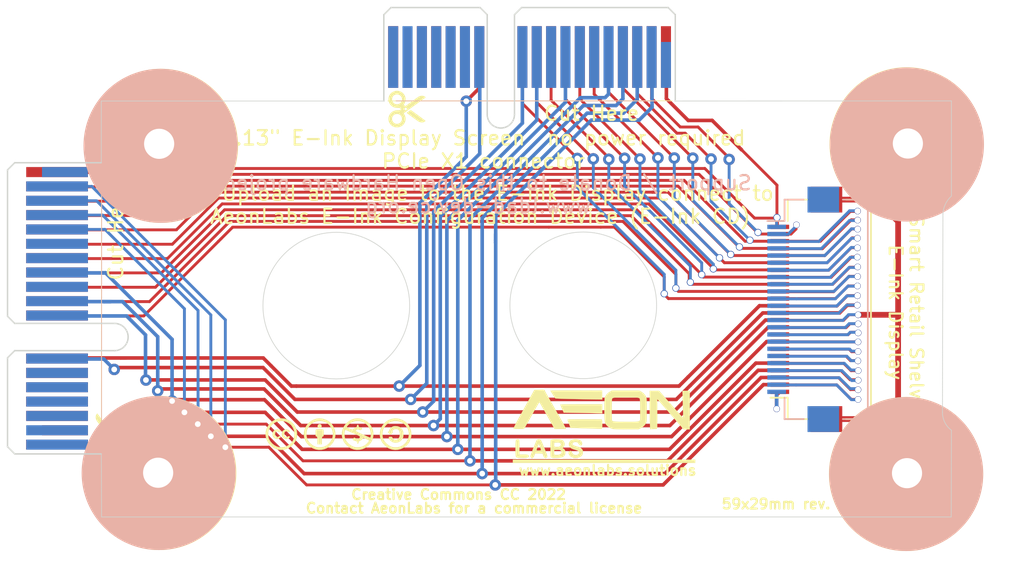
<source format=kicad_pcb>
(kicad_pcb (version 20211014) (generator pcbnew)
  (layers (0 "F.Cu" signal) (31 "B.Cu" signal) (34 "B.Paste" user) (35 "F.Paste" user) (36 "B.SilkS" user "B.Silkscreen") (37 "F.SilkS" user "F.Silkscreen") (38 "B.Mask" user) (39 "F.Mask" user) (44 "Edge.Cuts" user))
  (net 0 "")
  (net 1 "Net-(J1-PadA2)")
  (net 2 "Net-(J1-PadA3)")
  (net 3 "Net-(J1-PadA4)")
  (net 4 "Net-(J1-PadA5)")
  (net 5 "Net-(J1-PadA8)")
  (net 6 "Net-(J1-PadA10)")
  (net 7 "Net-(J1-PadA11)")
  (net 8 "Net-(J1-PadA12)")
  (net 9 "Net-(J1-PadB1)")
  (net 10 "Net-(J1-PadB2)")
  (net 13 "Net-(J1-PadB3)")
  (net 22 "Net-(J1-PadB4)")
  (net 23 "Net-(J1-PadB5)")
  (net 24 "Net-(J1-PadB6)")
  (net 25 "Net-(J1-PadB7)")
  (net 26 "Net-(J1-PadB8)")
  (net 27 "Net-(J1-PadB9)")
  (net 28 "Net-(J1-PadB10)")
  (net 29 "Net-(J1-PadB11)")
  (net 32 "Net-(J1-PadB12)")
  (net 37 "unconnected-(J2-Pad1)")
  (net 38 "unconnected-(J2-Pad6)")
  (net 39 "unconnected-(J2-Pad7)")
  (net 40 "unconnected-(J2-Pad9)")
  (footprint "AeonLabs Logo:aeonlabs pcb logo" (layer "F.Cu") (at 147.35 105.75)
    (fp_text reference "G***" hide)
    (fp_text value "LOGO" hide)
  )
  (footprint "AeonLabs:scissors" (layer "F.Cu") (at 112.9 106.17 90)
    (fp_text reference "G***" hide)
    (fp_text value "LOGO" hide)
  )
  (footprint "MountingHole:MountingHole_2.1mm" (layer "F.Cu") (at 116.36 86.07)
    (fp_text reference "H3" hide)
    (fp_text value "MountingHole")
  )
  (footprint "AeonLabs:aeon creative commons logos" (layer "F.Cu") (at 128.8398 106.258532)
    (fp_text reference "G***" hide)
    (fp_text value "LOGO" hide)
  )
  (footprint "Connector_PCBEdge:BUS_PCIexpress_x1 6.5MM" (layer "F.Cu") (at 109.25 88.04 -90)
    (fp_text reference "J1" hide)
    (fp_text value "Bus_PCI_Express_x1_Generic")
    (fp_line (start 19.65 -3.07) (end 19.65 2.95) (layer "Edge.Cuts") (width 0.1))
    (fp_line (start 10.55 -4) (end 10.55 2.95) (layer "Edge.Cuts") (width 0.1))
    (fp_line (start 19.65 2.95) (end 19.15 3.45) (layer "Edge.Cuts") (width 0.1))
    (fp_line (start -0.65 2.95) (end -0.15 3.45) (layer "Edge.Cuts") (width 0.1))
    (fp_line (start 12.45 -4) (end 12.45 2.95) (layer "Edge.Cuts") (width 0.1))
    (fp_line (start 12.95 3.45) (end 19.15 3.45) (layer "Edge.Cuts") (width 0.1))
    (fp_line (start 12.45 2.95) (end 12.95 3.45) (layer "Edge.Cuts") (width 0.1))
    (fp_line (start -0.15 3.45) (end 10.05 3.45) (layer "Edge.Cuts") (width 0.1))
    (fp_line (start 10.55 2.95) (end 10.05 3.45) (layer "Edge.Cuts") (width 0.1))
    (fp_line (start -0.65 -3.07) (end -0.65 2.95) (layer "Edge.Cuts") (width 0.1))
    (fp_arc (start 10.55 -4) (mid 11.5 -4.95) (end 12.45 -4) (layer "Edge.Cuts") (width 0.1))
  )
  (footprint "MountingHole:MountingHole_2.1mm" (layer "F.Cu") (at 168.51 86.05)
    (fp_text reference "H2" hide)
    (fp_text value "MountingHole")
  )
  (footprint "Connector_PCBEdge:BUS_PCIexpress_x1 6.5MM" (layer "F.Cu") (at 151.66 80.02 180)
    (fp_text reference "J3" hide)
    (fp_text value "Bus_PCI_Express_x1_Generic")
    (fp_line (start -0.15 3.45) (end 10.05 3.45) (layer "Edge.Cuts") (width 0.1))
    (fp_line (start 19.65 -3.07) (end 19.65 2.95) (layer "Edge.Cuts") (width 0.1))
    (fp_line (start -0.65 -3.07) (end -0.65 2.95) (layer "Edge.Cuts") (width 0.1))
    (fp_line (start 12.45 -4) (end 12.45 2.95) (layer "Edge.Cuts") (width 0.1))
    (fp_line (start 10.55 -4) (end 10.55 2.95) (layer "Edge.Cuts") (width 0.1))
    (fp_line (start 19.65 2.95) (end 19.15 3.45) (layer "Edge.Cuts") (width 0.1))
    (fp_line (start 12.95 3.45) (end 19.15 3.45) (layer "Edge.Cuts") (width 0.1))
    (fp_line (start 10.55 2.95) (end 10.05 3.45) (layer "Edge.Cuts") (width 0.1))
    (fp_line (start -0.65 2.95) (end -0.15 3.45) (layer "Edge.Cuts") (width 0.1))
    (fp_line (start 12.45 2.95) (end 12.95 3.45) (layer "Edge.Cuts") (width 0.1))
    (fp_arc (start 10.55 -4) (mid 11.5 -4.95) (end 12.45 -4) (layer "Edge.Cuts") (width 0.1))
  )
  (footprint "MountingHole:MountingHole_2.1mm" (layer "F.Cu") (at 168.45 109.03)
    (fp_text reference "H4" hide)
    (fp_text value "MountingHole")
  )
  (footprint "AeonLabs:scissors" (layer "F.Cu") (at 133.62 83.68)
    (fp_text reference "G***" hide)
    (fp_text value "LOGO" hide)
  )
  (footprint "Connector_FFC-FPC:Hirose_FH12-24S-0.5SH_1x24-1MP_P0.50mm_Horizontal" (layer "F.Cu") (at 161.44 97.61 90)
    (fp_text reference "J2" hide)
    (fp_text value "Conn_01x24_Female")
  )
  (footprint "MountingHole:MountingHole_2.1mm" (layer "F.Cu") (at 116.29 109)
    (fp_text reference "H1" hide)
    (fp_text value "MountingHole")
  )
  (footprint "Connector_FFC-FPC:Hirose_FH12-24S-0.5SH_1x24-1MP_P0.50mm_Horizontal" (layer "B.Cu") (at 161.22 97.61 -90)
    (fp_text reference "J2" hide)
    (fp_text value "Conn_01x24_Female" hide)
  )
  (gr_line (start 132.86 83.08) (end 150.96 83.08) (layer "B.SilkS") (width 0.05))
  (gr_circle (center 116.33 109.019865) (end 115.96 109.009865) (layer "B.SilkS") (width 5) (fill none))
  (gr_circle (center 116.46 86.209865) (end 116.09 86.199865) (layer "B.SilkS") (width 5) (fill none))
  (gr_circle (center 168.439865 86.12) (end 168.069865 86.11) (layer "B.SilkS") (width 5) (fill none))
  (gr_line (start 112.35 106.71) (end 112.36 88.61) (layer "B.SilkS") (width 0.05))
  (gr_circle (center 168.39 109.09) (end 168.02 109.08) (layer "B.SilkS") (width 5) (fill none))
  (gr_circle (center 116.49 86.209865) (end 116.86 86.199865) (layer "F.SilkS") (width 5) (fill none))
  (gr_line (start 132.29 83.08) (end 152.09 83.07) (layer "F.SilkS") (width 0.05))
  (gr_circle (center 168.419865 86.1) (end 168.789865 86.09) (layer "F.SilkS") (width 5) (fill none))
  (gr_line (start 112.34 107.59) (end 112.35 87.67) (layer "F.SilkS") (width 0.05))
  (gr_circle (center 168.38 109.09) (end 168.75 109.08) (layer "F.SilkS") (width 5) (fill none))
  (gr_circle (center 116.37 109.019865) (end 116.74 109.009865) (layer "F.SilkS") (width 5) (fill none))
  (gr_circle (center 145.9 97.33) (end 151.01 97.33) (layer "Edge.Cuts") (width 0.05) (fill none))
  (gr_line (start 112.33 107.69) (end 112.35 112.08) (layer "Edge.Cuts") (width 0.05))
  (gr_line (start 171.53 112.08) (end 171.54 106.035) (layer "Edge.Cuts") (width 0.05))
  (gr_line (start 171.54 83.08) (end 152.31 83.09) (layer "Edge.Cuts") (width 0.05))
  (gr_arc (start 171.54 106.035) (mid 171.078709 105.481949) (end 170.92 104.779478) (layer "Edge.Cuts") (width 0.05))
  (gr_line (start 170.92 104.779478) (end 170.95 90.955) (layer "Edge.Cuts") (width 0.05))
  (gr_line (start 112.35 112.08) (end 171.53 112.08) (layer "Edge.Cuts") (width 0.05))
  (gr_line (start 112.33 87.39) (end 112.33 83.09) (layer "Edge.Cuts") (width 0.05))
  (gr_line (start 171.54 89.715) (end 171.54 83.08) (layer "Edge.Cuts") (width 0.05))
  (gr_line (start 132.01 83.09) (end 112.33 83.09) (layer "Edge.Cuts") (width 0.05))
  (gr_arc (start 170.95 90.955) (mid 171.124204 90.277524) (end 171.54 89.715) (layer "Edge.Cuts") (width 0.05))
  (gr_circle (center 128.7 97.35) (end 133.81 97.35) (layer "Edge.Cuts") (width 0.05) (fill none))
  (gr_text "Support / Donate to this Open Hardware project \nwww.ldad-device.org" (at 138.57 89.6) (layer "B.SilkS") (effects (font (size 1 1)) (justify mirror)))
  (gr_text "Creative Commons CC 2022" (at 137.22 110.52) (layer "F.SilkS") (effects (font (size 0.7 0.7))))
  (gr_text "www.aeonlabs.solutions" (at 141.33 108.84) (layer "F.SilkS") (effects (font (size 0.7 0.7)) (justify left)))
  (gr_text "Cut Here" (at 146.48 83.95) (layer "F.SilkS") (effects (font (size 1 1))))
  (gr_text "2.13{dblquote} E-Ink Display Screen  no power required\nPCIe X1 connector" (at 138.95 86.47) (layer "F.SilkS") (effects (font (size 1 1))))
  (gr_text "Cut Here" (at 113.34 92.28 90) (layer "F.SilkS") (effects (font (size 1 1))))
  (gr_text "Smart Retail Shelve\nE-Ink Display" (at 168.38 97.82 -90) (layer "F.SilkS") (effects (font (size 0.9 0.9))))
  (gr_text "Contact AeonLabs for a commercial license" (at 138.29 111.47) (layer "F.SilkS") (effects (font (size 0.7 0.7))))
  (gr_text "To Upload an Image to the E-ink Display connect to\nAeonLabs E-Ink Configuration Device (E-Ink CD)" (at 138.73 90.33) (layer "F.SilkS") (effects (font (size 1 1))))
  (gr_text "59x29mm rev. 1.1" (at 155.46 111.18) (layer "F.SilkS") (effects (font (size 0.7 0.7)) (justify left)))
  (segment (start 124 107.22) (end 126.63 109.85) (width 0.2) (layer "F.Cu") (net 1))
  (segment (start 164.57 103.89) (end 165.05 103.89) (width 0.2) (layer "F.Cu") (net 1))
  (segment (start 126.63 109.85) (end 139.77 109.85) (width 0.2) (layer "F.Cu") (net 1))
  (segment (start 163.56 102.88) (end 164.57 103.89) (width 0.2) (layer "F.Cu") (net 1))
  (segment (start 159.59 102.86) (end 158.45 102.86) (width 0.25) (layer "F.Cu") (net 1))
  (segment (start 120.97 107.22) (end 124 107.22) (width 0.2) (layer "F.Cu") (net 1))
  (segment (start 158.45 102.86) (end 151.46 109.85) (width 0.25) (layer "F.Cu") (net 1))
  (segment (start 159.6 102.88) (end 163.56 102.88) (width 0.2) (layer "F.Cu") (net 1))
  (segment (start 151.46 109.85) (end 139.77 109.85) (width 0.25) (layer "F.Cu") (net 1))
  (via (at 165.04 103.89) (size 0.45) (drill 0.4) (layers "F.Cu" "B.Cu") (net 1))
  (via (at 139.77 109.85) (size 0.8) (drill 0.4) (layers "F.Cu" "B.Cu") (net 1))
  (via (at 120.97 107.22) (size 0.8) (drill 0.4) (layers "F.Cu" "B.Cu") (net 1))
  (segment (start 139.8 92.79) (end 139.8 92.97) (width 0.25) (layer "B.Cu") (net 1))
  (segment (start 143.295 87.585) (end 146.46 84.42) (width 0.25) (layer "B.Cu") (net 1))
  (segment (start 139.8 109.82) (end 139.77 109.85) (width 0.25) (layer "B.Cu") (net 1))
  (segment (start 120.97 107.22) (end 120.97 98.34) (width 0.2) (layer "B.Cu") (net 1))
  (segment (start 139.8 92.97) (end 139.8 109.82) (width 0.25) (layer "B.Cu") (net 1))
  (segment (start 139.8 91.08) (end 139.8 92.97) (width 0.25) (layer "B.Cu") (net 1))
  (segment (start 120.97 98.34) (end 111.67 89.04) (width 0.2) (layer "B.Cu") (net 1))
  (segment (start 142.38 88.5) (end 143.295 87.585) (width 0.25) (layer "B.Cu") (net 1))
  (segment (start 143.295 87.585) (end 139.8 91.08) (width 0.25) (layer "B.Cu") (net 1))
  (segment (start 159.37 92.38) (end 160.16 92.38) (width 0.2) (layer "B.Cu") (net 1))
  (segment (start 139.8 92.36) (end 139.8 92.79) (width 0.25) (layer "B.Cu") (net 1))
  (segment (start 149.79 84.42) (end 150.69 83.52) (width 0.25) (layer "B.Cu") (net 1))
  (segment (start 160.16 92.38) (end 160.71 91.83) (width 0.2) (layer "B.Cu") (net 1))
  (segment (start 146.46 84.42) (end 149.79 84.42) (width 0.25) (layer "B.Cu") (net 1))
  (segment (start 111.67 89.04) (end 109.26 89.04) (width 0.2) (layer "B.Cu") (net 1))
  (segment (start 150.69 83.52) (end 150.69 80.02) (width 0.25) (layer "B.Cu") (net 1))
  (segment (start 158.29 102.36) (end 151.59 109.06) (width 0.25) (layer "F.Cu") (net 2))
  (segment (start 159.6 102.38) (end 163.69 102.38) (width 0.2) (layer "F.Cu") (net 2))
  (segment (start 159.59 102.36) (end 158.29 102.36) (width 0.25) (layer "F.Cu") (net 2))
  (segment (start 123.86 106.46) (end 119.96 106.46) (width 0.25) (layer "F.Cu") (net 2))
  (segment (start 151.59 109.06) (end 138.86 109.06) (width 0.25) (layer "F.Cu") (net 2))
  (segment (start 126.46 109.06) (end 123.86 106.46) (width 0.25) (layer "F.Cu") (net 2))
  (segment (start 164.51 103.2) (end 165.05 103.2) (width 0.2) (layer "F.Cu") (net 2))
  (segment (start 138.86 109.06) (end 126.46 109.06) (width 0.25) (layer "F.Cu") (net 2))
  (segment (start 163.69 102.38) (end 164.51 103.2) (width 0.2) (layer "F.Cu") (net 2))
  (via (at 138.86 109.06) (size 0.8) (drill 0.4) (layers "F.Cu" "B.Cu") (net 2))
  (via (at 165.04 103.21) (size 0.45) (drill 0.4) (layers "F.Cu" "B.Cu") (net 2))
  (via (at 119.96 106.46) (size 0.8) (drill 0.4) (layers "F.Cu" "B.Cu") (net 2))
  (segment (start 159.37 92.88) (end 162.31 92.88) (width 0.2) (layer "B.Cu") (net 2))
  (segment (start 149.66 82.97) (end 149.66 80.02) (width 0.25) (layer "B.Cu") (net 2))
  (segment (start 148.695 83.935) (end 149.66 82.97) (width 0.25) (layer "B.Cu") (net 2))
  (segment (start 119.96 106.46) (end 119.96 98) (width 0.2) (layer "B.Cu") (net 2))
  (segment (start 112 90.04) (end 109.26 90.04) (width 0.2) (layer "B.Cu") (net 2))
  (segment (start 119.96 98) (end 112 90.04) (width 0.2) (layer "B.Cu") (net 2))
  (segment (start 164.45 90.74) (end 165.03 90.74) (width 0.2) (layer "B.Cu") (net 2))
  (segment (start 146.165 83.935) (end 148.695 83.935) (width 0.25) (layer "B.Cu") (net 2))
  (segment (start 162.31 92.88) (end 164.45 90.74) (width 0.2) (layer "B.Cu") (net 2))
  (segment (start 138.86 91.24) (end 146.165 83.935) (width 0.25) (layer "B.Cu") (net 2))
  (segment (start 138.86 109.06) (end 138.86 91.24) (width 0.25) (layer "B.Cu") (net 2))
  (segment (start 119.05 105.61) (end 123.82 105.61) (width 0.2) (layer "F.Cu") (net 3))
  (segment (start 159.59 101.86) (end 158.08 101.86) (width 0.25) (layer "F.Cu") (net 3))
  (segment (start 159.59 101.88) (end 163.85 101.88) (width 0.2) (layer "F.Cu") (net 3))
  (segment (start 126.38 108.17) (end 138.01 108.17) (width 0.2) (layer "F.Cu") (net 3))
  (segment (start 163.85 101.88) (end 164.49 102.52) (width 0.2) (layer "F.Cu") (net 3))
  (segment (start 164.49 102.52) (end 165.04 102.52) (width 0.2) (layer "F.Cu") (net 3))
  (segment (start 151.77 108.17) (end 138.01 108.17) (width 0.25) (layer "F.Cu") (net 3))
  (segment (start 123.82 105.61) (end 126.38 108.17) (width 0.2) (layer "F.Cu") (net 3))
  (segment (start 158.08 101.86) (end 151.77 108.17) (width 0.25) (layer "F.Cu") (net 3))
  (via (at 119.05 105.61) (size 0.8) (drill 0.4) (layers "F.Cu" "B.Cu") (net 3))
  (via (at 165.05 102.55) (size 0.45) (drill 0.4) (layers "F.Cu" "B.Cu") (net 3))
  (via (at 138.01 108.17) (size 0.8) (drill 0.4) (layers "F.Cu" "B.Cu") (net 3))
  (segment (start 138.01 108.17) (end 138.01 91.3) (width 0.25) (layer "B.Cu") (net 3))
  (segment (start 119.07 97.69) (end 112.42 91.04) (width 0.2) (layer "B.Cu") (net 3))
  (segment (start 164.44 91.42) (end 165.02 91.42) (width 0.2) (layer "B.Cu") (net 3))
  (segment (start 119.07 105.59) (end 119.07 97.69) (width 0.2) (layer "B.Cu") (net 3))
  (segment (start 119.05 105.61) (end 119.07 105.59) (width 0.2) (layer "B.Cu") (net 3))
  (segment (start 145.91 83.4) (end 148.19 83.4) (width 0.25) (layer "B.Cu") (net 3))
  (segment (start 148.19 83.4) (end 148.66 82.93) (width 0.25) (layer "B.Cu") (net 3))
  (segment (start 159.37 93.38) (end 162.48 93.38) (width 0.2) (layer "B.Cu") (net 3))
  (segment (start 148.66 82.93) (end 148.66 80.02) (width 0.25) (layer "B.Cu") (net 3))
  (segment (start 162.48 93.38) (end 164.44 91.42) (width 0.2) (layer "B.Cu") (net 3))
  (segment (start 112.42 91.04) (end 109.26 91.04) (width 0.2) (layer "B.Cu") (net 3))
  (segment (start 138.01 91.3) (end 145.91 83.4) (width 0.25) (layer "B.Cu") (net 3))
  (segment (start 164.55 101.88) (end 165.01 101.88) (width 0.2) (layer "F.Cu") (net 4))
  (segment (start 157.92 101.36) (end 152.82 106.46) (width 0.25) (layer "F.Cu") (net 4))
  (segment (start 159.59 101.36) (end 157.92 101.36) (width 0.25) (layer "F.Cu") (net 4))
  (segment (start 159.59 101.38) (end 164.05 101.38) (width 0.2) (layer "F.Cu") (net 4))
  (segment (start 137.16 107.37) (end 126.32 107.37) (width 0.25) (layer "F.Cu") (net 4))
  (segment (start 152.82 106.46) (end 151.91 107.37) (width 0.25) (layer "F.Cu") (net 4))
  (segment (start 123.74 104.79) (end 118.12 104.79) (width 0.25) (layer "F.Cu") (net 4))
  (segment (start 164.05 101.38) (end 164.55 101.88) (width 0.2) (layer "F.Cu") (net 4))
  (segment (start 151.91 107.37) (end 137.16 107.37) (width 0.25) (layer "F.Cu") (net 4))
  (segment (start 126.32 107.37) (end 123.74 104.79) (width 0.25) (layer "F.Cu") (net 4))
  (via (at 118.12 104.79) (size 0.8) (drill 0.4) (layers "F.Cu" "B.Cu") (net 4))
  (via (at 137.16 107.37) (size 0.8) (drill 0.4) (layers "F.Cu" "B.Cu") (net 4))
  (via (at 165.05 101.88) (size 0.45) (drill 0.4) (layers "F.Cu" "B.Cu") (net 4))
  (segment (start 145.705 82.855) (end 147.415 82.855) (width 0.25) (layer "B.Cu") (net 4))
  (segment (start 118.12 97.57) (end 112.59 92.04) (width 0.2) (layer "B.Cu") (net 4))
  (segment (start 118.12 104.79) (end 118.12 97.57) (width 0.2) (layer "B.Cu") (net 4))
  (segment (start 137.16 91.4) (end 145.705 82.855) (width 0.25) (layer "B.Cu") (net 4))
  (segment (start 147.66 82.61) (end 147.66 80.02) (width 0.25) (layer "B.Cu") (net 4))
  (segment (start 159.37 93.86) (end 162.72 93.86) (width 0.2) (layer "B.Cu") (net 4))
  (segment (start 112.59 92.04) (end 109.26 92.04) (width 0.2) (layer "B.Cu") (net 4))
  (segment (start 162.72 93.86) (end 164.58 92) (width 0.2) (layer "B.Cu") (net 4))
  (segment (start 147.415 82.855) (end 147.66 82.61) (width 0.25) (layer "B.Cu") (net 4))
  (segment (start 137.16 107.37) (end 137.16 91.4) (width 0.25) (layer "B.Cu") (net 4))
  (segment (start 164.58 92) (end 164.96 92) (width 0.2) (layer "B.Cu") (net 4))
  (segment (start 159.59 99.86) (end 158.67 99.86) (width 0.25) (layer "F.Cu") (net 5))
  (segment (start 152.05 106.48) (end 136.4 106.48) (width 0.25) (layer "F.Cu") (net 5))
  (segment (start 136.4 106.48) (end 126.27 106.48) (width 0.25) (layer "F.Cu") (net 5))
  (segment (start 152.595 105.935) (end 152.05 106.48) (width 0.25) (layer "F.Cu") (net 5))
  (segment (start 126.27 106.48) (end 123.7 103.91) (width 0.25) (layer "F.Cu") (net 5))
  (segment (start 117.35 103.91) (end 117.26 104) (width 0.25) (layer "F.Cu") (net 5))
  (segment (start 159.61 99.88) (end 165.03 99.88) (width 0.2) (layer "F.Cu") (net 5))
  (segment (start 158.67 99.86) (end 152.595 105.935) (width 0.25) (layer "F.Cu") (net 5))
  (segment (start 123.7 103.91) (end 117.35 103.91) (width 0.25) (layer "F.Cu") (net 5))
  (via (at 136.4 106.48) (size 0.8) (drill 0.4) (layers "F.Cu" "B.Cu") (net 5))
  (via (at 117.26 104) (size 0.8) (drill 0.4) (layers "F.Cu" "B.Cu") (net 5))
  (via (at 165.04 99.88) (size 0.45) (drill 0.4) (layers "F.Cu" "B.Cu") (net 5))
  (segment (start 144.66 80.02) (end 144.66 83.17) (width 0.25) (layer "B.Cu") (net 5))
  (segment (start 159.37 95.38) (end 163.1 95.38) (width 0.2) (layer "B.Cu") (net 5))
  (segment (start 136.4 91.43) (end 136.4 106.48) (width 0.25) (layer "B.Cu") (net 5))
  (segment (start 112.38 95.07) (end 109.28 95.07) (width 0.25) (layer "B.Cu") (net 5))
  (segment (start 117.26 99.7) (end 117.26 104) (width 0.25) (layer "B.Cu") (net 5))
  (segment (start 144.66 83.17) (end 136.4 91.43) (width 0.25) (layer "B.Cu") (net 5))
  (segment (start 164.5 93.98) (end 164.95 93.98) (width 0.2) (layer "B.Cu") (net 5))
  (segment (start 112.66 95.07) (end 112.38 95.07) (width 0.25) (layer "B.Cu") (net 5))
  (segment (start 163.1 95.38) (end 164.5 93.98) (width 0.2) (layer "B.Cu") (net 5))
  (segment (start 112.38 95.07) (end 112.63 95.07) (width 0.25) (layer "B.Cu") (net 5))
  (segment (start 112.63 95.07) (end 117.26 99.7) (width 0.25) (layer "B.Cu") (net 5))
  (segment (start 116.49 103.16) (end 116.31 103.34) (width 0.25) (layer "F.Cu") (net 6))
  (segment (start 159.6 98.88) (end 164.21 98.88) (width 0.2) (layer "F.Cu") (net 6))
  (segment (start 164.48 98.61) (end 165.03 98.61) (width 0.2) (layer "F.Cu") (net 6))
  (segment (start 123.67 103.16) (end 116.49 103.16) (width 0.25) (layer "F.Cu") (net 6))
  (segment (start 164.21 98.88) (end 164.48 98.61) (width 0.2) (layer "F.Cu") (net 6))
  (segment (start 135.47 105.71) (end 126.22 105.71) (width 0.25) (layer "F.Cu") (net 6))
  (segment (start 158.78 98.86) (end 152.995 104.645) (width 0.25) (layer "F.Cu") (net 6))
  (segment (start 152.995 104.645) (end 151.93 105.71) (width 0.25) (layer "F.Cu") (net 6))
  (segment (start 126.22 105.71) (end 123.67 103.16) (width 0.25) (layer "F.Cu") (net 6))
  (segment (start 151.93 105.71) (end 135.47 105.71) (width 0.25) (layer "F.Cu") (net 6))
  (segment (start 159.59 98.86) (end 158.78 98.86) (width 0.25) (layer "F.Cu") (net 6))
  (via (at 116.26 103.29) (size 0.8) (drill 0.4) (layers "F.Cu" "B.Cu") (net 6))
  (via (at 135.47 105.71) (size 0.8) (drill 0.4) (layers "F.Cu" "B.Cu") (net 6))
  (via (at 165.05 98.62) (size 0.45) (drill 0.4) (layers "F.Cu" "B.Cu") (net 6))
  (segment (start 135.94 105.24) (end 135.47 105.71) (width 0.25) (layer "B.Cu") (net 6))
  (segment (start 112.98 97.07) (end 112.51 97.07) (width 0.25) (layer "B.Cu") (net 6))
  (segment (start 159.37 96.36) (end 163.36 96.36) (width 0.2) (layer "B.Cu") (net 6))
  (segment (start 135.94 91.14) (end 135.94 105.24) (width 0.25) (layer "B.Cu") (net 6))
  (segment (start 116.26 99.52) (end 116.26 103.29) (width 0.25) (layer "B.Cu") (net 6))
  (segment (start 113.81 97.07) (end 116.26 99.52) (width 0.25) (layer "B.Cu") (net 6))
  (segment (start 142.66 84.42) (end 135.94 91.14) (width 0.25) (layer "B.Cu") (net 6))
  (segment (start 112.51 97.07) (end 109.28 97.07) (width 0.25) (layer "B.Cu") (net 6))
  (segment (start 164.4 95.32) (end 164.93 95.32) (width 0.2) (layer "B.Cu") (net 6))
  (segment (start 163.36 96.36) (end 164.4 95.32) (width 0.2) (layer "B.Cu") (net 6))
  (segment (start 112.51 97.07) (end 113.81 97.07) (width 0.25) (layer "B.Cu") (net 6))
  (segment (start 142.66 80.02) (end 142.66 84.42) (width 0.25) (layer "B.Cu") (net 6))
  (segment (start 164.02 98.38) (end 164.41 97.99) (width 0.2) (layer "F.Cu") (net 7))
  (segment (start 162.83 89.97) (end 162.84 89.96) (width 0.4) (layer "F.Cu") (net 7))
  (segment (start 165.05 97.99) (end 167.76 97.99) (width 0.4) (layer "F.Cu") (net 7))
  (segment (start 164.41 97.99) (end 165.04 97.99) (width 0.2) (layer "F.Cu") (net 7))
  (segment (start 162.125 89.345) (end 162.74 89.96) (width 0.4) (layer "F.Cu") (net 7))
  (segment (start 125.98 104.77) (end 123.74 102.53) (width 0.25) (layer "F.Cu") (net 7))
  (segment (start 123.74 102.53) (end 115.4 102.53) (width 0.25) (layer "F.Cu") (net 7))
  (segment (start 159.4 98.38) (end 164.02 98.38) (width 0.2) (layer "F.Cu") (net 7))
  (segment (start 134.72 104.77) (end 125.98 104.77) (width 0.25) (layer "F.Cu") (net 7))
  (segment (start 159.59 98.36) (end 158.59 98.36) (width 0.25) (layer "F.Cu") (net 7))
  (segment (start 167.18 105.26) (end 162.84 105.26) (width 0.4) (layer "F.Cu") (net 7))
  (segment (start 166.3 89.96) (end 167.83 91.49) (width 0.4) (layer "F.Cu") (net 7))
  (segment (start 167.83 104.61) (end 167.18 105.26) (width 0.4) (layer "F.Cu") (net 7))
  (segment (start 167.76 97.99) (end 167.83 98.06) (width 0.4) (layer "F.Cu") (net 7))
  (segment (start 152.18 104.77) (end 134.72 104.77) (width 0.25) (layer "F.Cu") (net 7))
  (segment (start 162.84 89.96) (end 166.3 89.96) (width 0.4) (layer "F.Cu") (net 7))
  (segment (start 167.83 98.06) (end 167.83 104.61) (width 0.4) (layer "F.Cu") (net 7))
  (segment (start 158.59 98.36) (end 152.83 104.12) (width 0.25) (layer "F.Cu") (net 7))
  (segment (start 152.83 104.12) (end 152.18 104.77) (width 0.25) (layer "F.Cu") (net 7))
  (segment (start 167.83 91.49) (end 167.83 98.06) (width 0.4) (layer "F.Cu") (net 7))
  (via (at 165.05 97.99) (size 0.45) (drill 0.4) (layers "F.Cu" "B.Cu") (net 7))
  (via (at 134.72 104.77) (size 0.8) (drill 0.4) (layers "F.Cu" "B.Cu") (net 7))
  (via (at 115.44 102.54) (size 0.8) (drill 0.4) (layers "F.Cu" "B.Cu") (net 7))
  (segment (start 135.48 90.81) (end 135.48 104.01) (width 0.25) (layer "B.Cu") (net 7))
  (segment (start 141.66 84.63) (end 135.48 90.81) (width 0.25) (layer "B.Cu") (net 7))
  (segment (start 109.28 98.07) (end 114.09 98.07) (width 0.25) (layer "B.Cu") (net 7))
  (segment (start 115.41 99.39) (end 115.41 102.53) (width 0.25) (layer "B.Cu") (net 7))
  (segment (start 114.09 98.07) (end 115.41 99.39) (width 0.25) (layer "B.Cu") (net 7))
  (segment (start 135.48 104.01) (end 134.72 104.77) (width 0.25) (layer "B.Cu") (net 7))
  (segment (start 141.66 80.02) (end 141.66 84.63) (width 0.25) (layer "B.Cu") (net 7))
  (segment (start 164.29 97.32) (end 164.99 97.32) (width 0.25) (layer "F.Cu") (net 8))
  (segment (start 163.75 97.86) (end 164.29 97.32) (width 0.25) (layer "F.Cu") (net 8))
  (segment (start 158.41 97.86) (end 153.345 102.925) (width 0.25) (layer "F.Cu") (net 8))
  (segment (start 159.59 97.86) (end 163.75 97.86) (width 0.25) (layer "F.Cu") (net 8))
  (segment (start 123.6 101.67) (end 113.13 101.67) (width 0.25) (layer "F.Cu") (net 8))
  (segment (start 125.82 103.89) (end 123.6 101.67) (width 0.25) (layer "F.Cu") (net 8))
  (segment (start 159.59 97.86) (end 158.41 97.86) (width 0.25) (layer "F.Cu") (net 8))
  (segment (start 152.38 103.89) (end 133.88 103.89) (width 0.25) (layer "F.Cu") (net 8))
  (segment (start 153.345 102.925) (end 152.38 103.89) (width 0.25) (layer "F.Cu") (net 8))
  (segment (start 133.88 103.89) (end 125.82 103.89) (width 0.25) (layer "F.Cu") (net 8))
  (via (at 164.99 97.32) (size 0.45) (drill 0.4) (layers "F.Cu" "B.Cu") (net 8))
  (via (at 133.88 103.89) (size 0.8) (drill 0.4) (layers "F.Cu" "B.Cu") (net 8))
  (via (at 113.23 101.8) (size 0.8) (drill 0.4) (layers "F.Cu" "B.Cu") (net 8))
  (segment (start 159.37 97.38) (end 163.55 97.38) (width 0.2) (layer "B.Cu") (net 8))
  (segment (start 112.5 101.07) (end 113.23 101.8) (width 0.25) (layer "B.Cu") (net 8))
  (segment (start 135 102.77) (end 133.88 103.89) (width 0.25) (layer "B.Cu") (net 8))
  (segment (start 138.69 86.76) (end 135 90.45) (width 0.25) (layer "B.Cu") (net 8))
  (segment (start 109.29 101.07) (end 109.26 101.04) (width 0.25) (layer "B.Cu") (net 8))
  (segment (start 138.69 80.02) (end 138.69 86.76) (width 0.25) (layer "B.Cu") (net 8))
  (segment (start 112.5 101.07) (end 109.29 101.07) (width 0.25) (layer "B.Cu") (net 8))
  (segment (start 164.26 96.67) (end 164.97 96.67) (width 0.2) (layer "B.Cu") (net 8))
  (segment (start 163.55 97.38) (end 164.26 96.67) (width 0.2) (layer "B.Cu") (net 8))
  (segment (start 135 90.45) (end 135 102.77) (width 0.25) (layer "B.Cu") (net 8))
  (segment (start 119.29 87.79) (end 154.37 87.79) (width 0.2) (layer "F.Cu") (net 9))
  (segment (start 118.83 88.25) (end 119.29 87.79) (width 0.2) (layer "F.Cu") (net 9))
  (segment (start 113.23 88.07) (end 113.41 88.25) (width 0.2) (layer "F.Cu") (net 9))
  (segment (start 159.39 88.98) (end 159.39 88.95) (width 0.2) (layer "F.Cu") (net 9))
  (segment (start 154.88 84.44) (end 156.93 86.49) (width 0.25) (layer "F.Cu") (net 9))
  (segment (start 151.69 82.92) (end 151.69 80.02) (width 0.25) (layer "F.Cu") (net 9))
  (segment (start 159.4 91.775) (end 159.4 91.2) (width 0.25) (layer "F.Cu") (net 9))
  (segment (start 153.21 84.44) (end 154.88 84.44) (width 0.25) (layer "F.Cu") (net 9))
  (segment (start 151.69 82.92) (end 153.21 84.44) (width 0.25) (layer "F.Cu") (net 9))
  (segment (start 159.39 88.95) (end 156.93 86.49) (width 0.2) (layer "F.Cu") (net 9))
  (segment (start 159.39 91.21) (end 159.39 88.98) (width 0.2) (layer "F.Cu") (net 9))
  (segment (start 154.37 87.79) (end 157.83 91.25) (width 0.2) (layer "F.Cu") (net 9))
  (segment (start 159.4 91.2) (end 159.4 91.085) (width 0.25) (layer "F.Cu") (net 9))
  (segment (start 159.35 91.25) (end 159.4 91.2) (width 0.2) (layer "F.Cu") (net 9))
  (segment (start 113.41 88.25) (end 118.83 88.25) (width 0.2) (layer "F.Cu") (net 9))
  (segment (start 157.83 91.25) (end 159.35 91.25) (width 0.2) (layer "F.Cu") (net 9))
  (segment (start 109.28 88.07) (end 113.23 88.07) (width 0.2) (layer "F.Cu") (net 9))
  (via (at 159.37 104.55) (size 0.45) (drill 0.4) (layers "F.Cu" "B.Cu") (net 9))
  (via (at 159.39 91.21) (size 0.5) (drill 0.4) (layers "F.Cu" "B.Cu") (net 9))
  (segment (start 159.37 103.36) (end 159.37 104.52) (width 0.25) (layer "B.Cu") (net 9))
  (segment (start 159.37 91.88) (end 159.37 91.09) (width 0.2) (layer "B.Cu") (net 9))
  (segment (start 160.37 92.36) (end 160.72 92.01) (width 0.2) (layer "F.Cu") (net 10))
  (segment (start 152.66 84.9) (end 150.66 82.9) (width 0.2) (layer "F.Cu") (net 10))
  (segment (start 159.59 92.36) (end 157.98 92.36) (width 0.2) (layer "F.Cu") (net 10))
  (segment (start 113.42 89.07) (end 112.34 89.07) (width 0.2) (layer "F.Cu") (net 10))
  (segment (start 112.34 89.07) (end 118.58 89.07) (width 0.2) (layer "F.Cu") (net 10))
  (segment (start 112.34 89.07) (end 109.28 89.07) (width 0.2) (layer "F.Cu") (net 10))
  (segment (start 159.59 92.36) (end 160.37 92.36) (width 0.2) (layer "F.Cu") (net 10))
  (segment (start 150.66 82.9) (end 150.66 80.02) (width 0.2) (layer "F.Cu") (net 10))
  (segment (start 153.97 88.2) (end 157.95 92.18) (width 0.2) (layer "F.Cu") (net 10))
  (segment (start 156.06 87.16) (end 156.06 87.06) (width 0.2) (layer "F.Cu") (net 10))
  (segment (start 119.45 88.2) (end 153.97 88.2) (width 0.2) (layer "F.Cu") (net 10))
  (segment (start 156.06 87.06) (end 153.9 84.9) (width 0.2) (layer "F.Cu") (net 10))
  (segment (start 118.58 89.07) (end 119.45 88.2) (width 0.2) (layer "F.Cu") (net 10))
  (segment (start 153.9 84.9) (end 152.66 84.9) (width 0.2) (layer "F.Cu") (net 10))
  (segment (start 160.72 92.01) (end 160.72 91.78) (width 0.2) (layer "F.Cu") (net 10))
  (via (at 156.06 87.16) (size 0.8) (drill 0.4) (layers "F.Cu" "B.Cu") (net 10))
  (via (at 158.07 92.25) (size 0.5) (drill 0.4) (layers "F.Cu" "B.Cu") (net 10))
  (segment (start 160.72 102.88) (end 163.55 102.88) (width 0.2) (layer "B.Cu") (net 10))
  (segment (start 159.37 102.88) (end 160.72 102.88) (width 0.2) (layer "B.Cu") (net 10))
  (segment (start 156.06 90.24) (end 156.06 87.16) (width 0.2) (layer "B.Cu") (net 10))
  (segment (start 164.58 103.91) (end 165.02 103.91) (width 0.2) (layer "B.Cu") (net 10))
  (segment (start 163.55 102.88) (end 164.58 103.91) (width 0.2) (layer "B.Cu") (net 10))
  (segment (start 158.07 92.25) (end 156.06 90.24) (width 0.2) (layer "B.Cu") (net 10))
  (segment (start 118.18 90.07) (end 119.63 88.62) (width 0.2) (layer "F.Cu") (net 13))
  (segment (start 159.59 92.86) (end 157.17 92.86) (width 0.2) (layer "F.Cu") (net 13))
  (segment (start 164.5 90.78) (end 165.03 90.78) (width 0.2) (layer "F.Cu") (net 13))
  (segment (start 115.36 90.07) (end 118.18 90.07) (width 0.2) (layer "F.Cu") (net 13))
  (segment (start 152.42 85.33) (end 149.66 82.57) (width 0.2) (layer "F.Cu") (net 13))
  (segment (start 159.59 92.86) (end 162.42 92.86) (width 0.2) (layer "F.Cu") (net 13))
  (segment (start 117.63 90.07) (end 115.36 90.07) (width 0.2) (layer "F.Cu") (net 13))
  (segment (start 157.17 92.86) (end 156.92 92.61) (width 0.2) (layer "F.Cu") (net 13))
  (segment (start 152.93 88.62) (end 156.92 92.61) (width 0.2) (layer "F.Cu") (net 13))
  (segment (start 154.8 87.13) (end 153 85.33) (width 0.2) (layer "F.Cu") (net 13))
  (segment (start 119.63 88.62) (end 152.93 88.62) (width 0.2) (layer "F.Cu") (net 13))
  (segment (start 149.69 80.02) (end 149.68 80.03) (width 0.2) (layer "F.Cu") (net 13))
  (segment (start 149.66 82.57) (end 149.66 80.02) (width 0.2) (layer "F.Cu") (net 13))
  (segment (start 115.36 90.07) (end 109.28 90.07) (width 0.2) (layer "F.Cu") (net 13))
  (segment (start 153 85.33) (end 152.42 85.33) (width 0.2) (layer "F.Cu") (net 13))
  (segment (start 162.42 92.86) (end 164.5 90.78) (width 0.2) (layer "F.Cu") (net 13))
  (via (at 154.8 87.13) (size 0.8) (drill 0.4) (layers "F.Cu" "B.Cu") (net 13))
  (via (at 165.01 90.76) (size 0.45) (drill 0.4) (layers "F.Cu" "B.Cu") (net 13))
  (via (at 157.51 92.79) (size 0.5) (drill 0.4) (layers "F.Cu" "B.Cu") (net 13))
  (segment (start 154.8 90.08) (end 154.8 87.13) (width 0.2) (layer "B.Cu") (net 13))
  (segment (start 163.73 102.38) (end 164.49 103.14) (width 0.2) (layer "B.Cu") (net 13))
  (segment (start 159.37 102.38) (end 163.73 102.38) (width 0.2) (layer "B.Cu") (net 13))
  (segment (start 164.87 103.14) (end 164.94 103.21) (width 0.2) (layer "B.Cu") (net 13))
  (segment (start 164.94 103.21) (end 164.98 103.25) (width 0.2) (layer "B.Cu") (net 13))
  (segment (start 164.49 103.14) (end 164.87 103.14) (width 0.2) (layer "B.Cu") (net 13))
  (segment (start 157.51 92.79) (end 154.8 90.08) (width 0.2) (layer "B.Cu") (net 13))
  (segment (start 148.66 82.2) (end 148.66 80.02) (width 0.2) (layer "F.Cu") (net 22))
  (segment (start 156.79 93.31) (end 152.5 89.02) (width 0.2) (layer "F.Cu") (net 22))
  (segment (start 164.57 91.37) (end 164.97 91.37) (width 0.2) (layer "F.Cu") (net 22))
  (segment (start 152.5 89.02) (end 119.92 89.02) (width 0.2) (layer "F.Cu") (net 22))
  (segment (start 153.53 87.07) (end 148.66 82.2) (width 0.2) (layer "F.Cu") (net 22))
  (segment (start 162.56 93.38) (end 164.57 91.37) (width 0.2) (layer "F.Cu") (net 22))
  (segment (start 159.59 93.36) (end 156.84 93.36) (width 0.2) (layer "F.Cu") (net 22))
  (segment (start 119.92 89.02) (end 117.87 91.07) (width 0.2) (layer "F.Cu") (net 22))
  (segment (start 156.84 93.36) (end 156.79 93.31) (width 0.2) (layer "F.Cu") (net 22))
  (segment (start 117.87 91.07) (end 109.28 91.07) (width 0.2) (layer "F.Cu") (net 22))
  (segment (start 159.6 93.38) (end 162.56 93.38) (width 0.2) (layer "F.Cu") (net 22))
  (via (at 165.01 91.39) (size 0.45) (drill 0.4) (layers "F.Cu" "B.Cu") (net 22))
  (via (at 153.53 87.07) (size 0.8) (drill 0.4) (layers "F.Cu" "B.Cu") (net 22))
  (via (at 156.78 93.26) (size 0.5) (drill 0.4) (layers "F.Cu" "B.Cu") (net 22))
  (segment (start 156.78 93.26) (end 153.53 90.01) (width 0.2) (layer "B.Cu") (net 22))
  (segment (start 159.37 101.88) (end 163.91 101.88) (width 0.2) (layer "B.Cu") (net 22))
  (segment (start 164.6 102.57) (end 165.08 102.57) (width 0.2) (layer "B.Cu") (net 22))
  (segment (start 153.53 90.01) (end 153.53 87.07) (width 0.2) (layer "B.Cu") (net 22))
  (segment (start 163.91 101.88) (end 164.6 102.57) (width 0.2) (layer "B.Cu") (net 22))
  (segment (start 147.66 82.48) (end 147.66 82.19) (width 0.2) (layer "F.Cu") (net 23))
  (segment (start 150.93 89.44) (end 150.71 89.44) (width 0.2) (layer "F.Cu") (net 23))
  (segment (start 152.24 87.06) (end 147.66 82.48) (width 0.2) (layer "F.Cu") (net 23))
  (segment (start 147.66 82.19) (end 147.66 80.02) (width 0.2) (layer "F.Cu") (net 23))
  (segment (start 156.22 93.86) (end 156.17 93.81) (width 0.2) (layer "F.Cu") (net 23))
  (segment (start 164.58 92.01) (end 165.01 92.01) (width 0.2) (layer "F.Cu") (net 23))
  (segment (start 150.71 89.44) (end 120.19 89.44) (width 0.2) (layer "F.Cu") (net 23))
  (segment (start 120.19 89.44) (end 117.56 92.07) (width 0.2) (layer "F.Cu") (net 23))
  (segment (start 117.56 92.07) (end 109.28 92.07) (width 0.2) (layer "F.Cu") (net 23))
  (segment (start 159.59 93.86) (end 162.73 93.86) (width 0.2) (layer "F.Cu") (net 23))
  (segment (start 159.59 93.86) (end 156.22 93.86) (width 0.2) (layer "F.Cu") (net 23))
  (segment (start 150.71 89.44) (end 151.8 89.44) (width 0.2) (layer "F.Cu") (net 23))
  (segment (start 151.8 89.44) (end 156.17 93.81) (width 0.2) (layer "F.Cu") (net 23))
  (segment (start 162.73 93.86) (end 164.58 92.01) (width 0.2) (layer "F.Cu") (net 23))
  (via (at 152.24 87.06) (size 0.8) (drill 0.4) (layers "F.Cu" "B.Cu") (net 23))
  (via (at 156.17 93.78) (size 0.5) (drill 0.4) (layers "F.Cu" "B.Cu") (net 23))
  (via (at 165.01 92.02) (size 0.45) (drill 0.4) (layers "F.Cu" "B.Cu") (net 23))
  (segment (start 152.24 89.85) (end 152.24 87.06) (width 0.2) (layer "B.Cu") (net 23))
  (segment (start 164.09 101.38) (end 164.55 101.84) (width 0.2) (layer "B.Cu") (net 23))
  (segment (start 156.17 93.78) (end 152.24 89.85) (width 0.2) (layer "B.Cu") (net 23))
  (segment (start 159.37 101.38) (end 164.09 101.38) (width 0.2) (layer "B.Cu") (net 23))
  (segment (start 164.55 101.84) (end 165.02 101.84) (width 0.2) (layer "B.Cu") (net 23))
  (segment (start 164.62 92.63) (end 164.97 92.63) (width 0.2) (layer "F.Cu") (net 24))
  (segment (start 162.89 94.36) (end 164.62 92.63) (width 0.2) (layer "F.Cu") (net 24))
  (segment (start 159.59 94.36) (end 155.73 94.36) (width 0.2) (layer "F.Cu") (net 24))
  (segment (start 146.66 82.61) (end 146.66 80.02) (width 0.2) (layer "F.Cu") (net 24))
  (segment (start 151.1 87.05) (end 146.66 82.61) (width 0.2) (layer "F.Cu") (net 24))
  (segment (start 155.73 94.36) (end 155.39 94.02) (width 0.2) (layer "F.Cu") (net 24))
  (segment (start 117.28 93.07) (end 109.28 93.07) (width 0.2) (layer "F.Cu") (net 24))
  (segment (start 151.22 89.85) (end 120.5 89.85) (width 0.2) (layer "F.Cu") (net 24))
  (segment (start 155.39 94.02) (end 151.22 89.85) (width 0.2) (layer "F.Cu") (net 24))
  (segment (start 159.59 94.36) (end 162.89 94.36) (width 0.2) (layer "F.Cu") (net 24))
  (segment (start 120.5 89.85) (end 117.28 93.07) (width 0.2) (layer "F.Cu") (net 24))
  (via (at 151.1 87.05) (size 0.8) (drill 0.4) (layers "F.Cu" "B.Cu") (net 24))
  (via (at 155.39 94.02) (size 0.5) (drill 0.4) (layers "F.Cu" "B.Cu") (net 24))
  (via (at 165 92.65) (size 0.45) (drill 0.4) (layers "F.Cu" "B.Cu") (net 24))
  (segment (start 159.37 100.88) (end 164.26 100.88) (width 0.2) (layer "B.Cu") (net 24))
  (segment (start 155.39 94.02) (end 151.1 89.73) (width 0.2) (layer "B.Cu") (net 24))
  (segment (start 151.1 89.73) (end 151.1 87.05) (width 0.2) (layer "B.Cu") (net 24))
  (segment (start 164.57 101.19) (end 165 101.19) (width 0.2) (layer "B.Cu") (net 24))
  (segment (start 164.26 100.88) (end 164.57 101.19) (width 0.2) (layer "B.Cu") (net 24))
  (segment (start 159.59 94.86) (end 155.06 94.86) (width 0.2) (layer "F.Cu") (net 25))
  (segment (start 163 94.88) (end 164.57 93.31) (width 0.2) (layer "F.Cu") (net 25))
  (segment (start 120.75 90.26) (end 150.46 90.26) (width 0.2) (layer "F.Cu") (net 25))
  (segment (start 159.59 94.88) (end 163 94.88) (width 0.2) (layer "F.Cu") (net 25))
  (segment (start 164.57 93.31) (end 164.97 93.31) (width 0.2) (layer "F.Cu") (net 25))
  (segment (start 155.06 94.86) (end 155.03 94.83) (width 0.2) (layer "F.Cu") (net 25))
  (segment (start 145.66 82.94) (end 145.66 80.02) (width 0.2) (layer "F.Cu") (net 25))
  (segment (start 116.94 94.07) (end 120.75 90.26) (width 0.2) (layer "F.Cu") (net 25))
  (segment (start 150.46 90.26) (end 155.03 94.83) (width 0.2) (layer "F.Cu") (net 25))
  (segment (start 109.28 94.07) (end 116.94 94.07) (width 0.2) (layer "F.Cu") (net 25))
  (segment (start 149.85 87.13) (end 145.66 82.94) (width 0.2) (layer "F.Cu") (net 25))
  (via (at 149.85 87.13) (size 0.8) (drill 0.4) (layers "F.Cu" "B.Cu") (net 25))
  (via (at 165 93.32) (size 0.45) (drill 0.4) (layers "F.Cu" "B.Cu") (net 25))
  (via (at 154.96 94.79) (size 0.5) (drill 0.4) (layers "F.Cu" "B.Cu") (net 25))
  (segment (start 149.85 87.13) (end 149.85 89.35) (width 0.2) (layer "B.Cu") (net 25))
  (segment (start 154.96 94.46) (end 154.96 94.79) (width 0.2) (layer "B.Cu") (net 25))
  (segment (start 149.85 89.35) (end 154.96 94.46) (width 0.2) (layer "B.Cu") (net 25))
  (segment (start 164.59 100.52) (end 164.99 100.52) (width 0.2) (layer "B.Cu") (net 25))
  (segment (start 159.37 100.38) (end 164.45 100.38) (width 0.2) (layer "B.Cu") (net 25))
  (segment (start 164.45 100.38) (end 164.59 100.52) (width 0.2) (layer "B.Cu") (net 25))
  (segment (start 109.28 95.07) (end 116.52 95.07) (width 0.2) (layer "F.Cu") (net 26))
  (segment (start 148.78 87.08) (end 144.66 82.96) (width 0.2) (layer "F.Cu") (net 26))
  (segment (start 148.14 90.67) (end 149.63 90.67) (width 0.2) (layer "F.Cu") (net 26))
  (segment (start 164.58 93.96) (end 164.99 93.96) (width 0.2) (layer "F.Cu") (net 26))
  (segment (start 159.59 95.36) (end 154.26 95.36) (width 0.2) (layer "F.Cu") (net 26))
  (segment (start 159.59 95.38) (end 163.16 95.38) (width 0.2) (layer "F.Cu") (net 26))
  (segment (start 116.52 95.07) (end 120.92 90.67) (width 0.2) (layer "F.Cu") (net 26))
  (segment (start 120.92 90.67) (end 148.14 90.67) (width 0.2) (layer "F.Cu") (net 26))
  (segment (start 148.14 90.67) (end 148.8 90.67) (width 0.2) (layer "F.Cu") (net 26))
  (segment (start 163.16 95.38) (end 164.58 93.96) (width 0.2) (layer "F.Cu") (net 26))
  (segment (start 149.63 90.67) (end 154.15 95.19) (width 0.2) (layer "F.Cu") (net 26))
  (segment (start 144.66 82.96) (end 144.66 80.02) (width 0.2) (layer "F.Cu") (net 26))
  (segment (start 154.26 95.36) (end 154.12 95.22) (width 0.2) (layer "F.Cu") (net 26))
  (via (at 154.15 95.19) (size 0.5) (drill 0.4) (layers "F.Cu" "B.Cu") (net 26))
  (via (at 148.78 87.08) (size 0.8) (drill 0.4) (layers "F.Cu" "B.Cu") (net 26))
  (via (at 164.99 93.97) (size 0.45) (drill 0.4) (layers "F.Cu" "B.Cu") (net 26))
  (segment (start 148.78 87.08) (end 148.78 89) (width 0.2) (layer "B.Cu") (net 26))
  (segment (start 159.37 99.88) (end 165.03 99.88) (width 0.2) (layer "B.Cu") (net 26))
  (segment (start 148.78 89) (end 154.15 94.37) (width 0.2) (layer "B.Cu") (net 26))
  (segment (start 154.15 94.37) (end 154.15 95.19) (width 0.2) (layer "B.Cu") (net 26))
  (segment (start 164.47 94.67) (end 165 94.67) (width 0.2) (layer "F.Cu") (net 27))
  (segment (start 149.23 91.08) (end 153.28 95.13) (width 0.2) (layer "F.Cu") (net 27))
  (segment (start 120.63 91.54) (end 120.765 91.405) (width 0.2) (layer "F.Cu") (net 27))
  (segment (start 159.59 95.86) (end 153.47 95.86) (width 0.2) (layer "F.Cu") (net 27))
  (segment (start 147.68 87.05) (end 143.66 83.03) (width 0.2) (layer "F.Cu") (net 27))
  (segment (start 143.66 83.03) (end 143.66 80.02) (width 0.2) (layer "F.Cu") (net 27))
  (segment (start 147.68 87.15) (end 147.68 87.05) (width 0.2) (layer "F.Cu") (net 27))
  (segment (start 116.1 96.07) (end 120.63 91.54) (width 0.2) (layer "F.Cu") (net 27))
  (segment (start 153.47 95.86) (end 153.31 95.7) (width 0.2) (layer "F.Cu") (net 27))
  (segment (start 163.27 95.87) (end 164.47 94.67) (width 0.2) (layer "F.Cu") (net 27))
  (segment (start 109.28 96.07) (end 116.1 96.07) (width 0.2) (layer "F.Cu") (net 27))
  (segment (start 120.63 91.54) (end 121.09 91.08) (width 0.2) (layer "F.Cu") (net 27))
  (segment (start 159.6 95.87) (end 163.27 95.87) (width 0.2) (layer "F.Cu") (net 27))
  (segment (start 153.28 95.13) (end 153.28 95.66) (width 0.2) (layer "F.Cu") (net 27))
  (segment (start 121.09 91.08) (end 149.23 91.08) (width 0.2) (layer "F.Cu") (net 27))
  (via (at 147.68 87.15) (size 0.8) (drill 0.4) (layers "F.Cu" "B.Cu") (net 27))
  (via (at 153.36 95.72) (size 0.5) (drill 0.4) (layers "F.Cu" "B.Cu") (net 27))
  (via (at 165.01 94.65) (size 0.45) (drill 0.4) (layers "F.Cu" "B.Cu") (net 27))
  (segment (start 159.37 99.38) (end 164.32 99.38) (width 0.2) (layer "B.Cu") (net 27))
  (segment (start 147.68 88.91) (end 153.36 94.59) (width 0.2) (layer "B.Cu") (net 27))
  (segment (start 164.49 99.21) (end 165.02 99.21) (width 0.2) (layer "B.Cu") (net 27))
  (segment (start 153.36 94.59) (end 153.36 95.72) (width 0.2) (layer "B.Cu") (net 27))
  (segment (start 147.68 87.15) (end 147.68 88.91) (width 0.2) (layer "B.Cu") (net 27))
  (segment (start 164.32 99.38) (end 164.49 99.21) (width 0.2) (layer "B.Cu") (net 27))
  (segment (start 142.66 83.18) (end 142.66 80.02) (width 0.2) (layer "F.Cu") (net 28))
  (segment (start 159.59 96.38) (end 163.34 96.38) (width 0.2) (layer "F.Cu") (net 28))
  (segment (start 115.69 97.07) (end 121.28 91.48) (width 0.2) (layer "F.Cu") (net 28))
  (segment (start 163.34 96.38) (end 164.41 95.31) (width 0.2) (layer "F.Cu") (net 28))
  (segment (start 152.53 96.36) (end 152.3 96.13) (width 0.2) (layer "F.Cu") (net 28))
  (segment (start 152.35 95.17) (end 152.35 96.13) (width 0.2) (layer "F.Cu") (net 28))
  (segment (start 164.41 95.31) (end 165.05 95.31) (width 0.2) (layer "F.Cu") (net 28))
  (segment (start 109.28 97.07) (end 115.69 97.07) (width 0.2) (layer "F.Cu") (net 28))
  (segment (start 148.66 91.48) (end 152.35 95.17) (width 0.2) (layer "F.Cu") (net 28))
  (segment (start 159.59 96.36) (end 152.53 96.36) (width 0.2) (layer "F.Cu") (net 28))
  (segment (start 146.6 87.12) (end 142.66 83.18) (width 0.2) (layer "F.Cu") (net 28))
  (segment (start 121.28 91.48) (end 148.66 91.48) (width 0.2) (layer "F.Cu") (net 28))
  (via (at 152.35 96.13) (size 0.5) (drill 0.4) (layers "F.Cu" "B.Cu") (net 28))
  (via (at 165.01 95.32) (size 0.45) (drill 0.4) (layers "F.Cu" "B.Cu") (net 28))
  (via (at 146.6 87.12) (size 0.8) (drill 0.4) (layers "F.Cu" "B.Cu") (net 28))
  (segment (start 146.6 89.13) (end 152.35 94.88) (width 0.2) (layer "B.Cu") (net 28))
  (segment (start 164.15 98.88) (end 164.42 98.61) (width 0.2) (layer "B.Cu") (net 28))
  (segment (start 146.6 87.12) (end 146.6 89.13) (width 0.2) (layer "B.Cu") (net 28))
  (segment (start 159.37 98.88) (end 164.15 98.88) (width 0.2) (layer "B.Cu") (net 28))
  (segment (start 164.42 98.61) (end 165.03 98.61) (width 0.2) (layer "B.Cu") (net 28))
  (segment (start 152.35 94.88) (end 152.35 96.13) (width 0.2) (layer "B.Cu") (net 28))
  (segment (start 120.5 92.86) (end 120.665 92.695) (width 0.2) (layer "F.Cu") (net 29))
  (segment (start 113.71 98.07) (end 115.29 98.07) (width 0.2) (layer "F.Cu") (net 29))
  (segment (start 115.29 98.07) (end 120.5 92.86) (width 0.2) (layer "F.Cu") (net 29))
  (segment (start 141.66 83.26) (end 141.66 80.02) (width 0.2) (layer "F.Cu") (net 29))
  (segment (start 151.54 96.52) (end 151.54 95.35) (width 0.2) (layer "F.Cu") (net 29))
  (segment (start 121.48 91.88) (end 120.665 92.695) (width 0.2) (layer "F.Cu") (net 29))
  (segment (start 143.5 91.88) (end 121.48 91.88) (width 0.2) (layer "F.Cu") (net 29))
  (segment (start 151.54 95.35) (end 148.07 91.88) (width 0.2) (layer "F.Cu") (net 29))
  (segment (start 151.83 96.86) (end 151.53 96.56) (width 0.2) (layer "F.Cu") (net 29))
  (segment (start 143.5 91.88) (end 147.12 91.88) (width 0.2) (layer "F.Cu") (net 29))
  (segment (start 148.07 91.88) (end 147.12 91.88) (width 0.2) (layer "F.Cu") (net 29))
  (segment (start 113.71 98.07) (end 109.28 98.07) (width 0.2) (layer "F.Cu") (net 29))
  (segment (start 159.59 96.86) (end 163.47 96.86) (width 0.2) (layer "F.Cu") (net 29))
  (segment (start 159.59 96.86) (end 151.83 96.86) (width 0.2) (layer "F.Cu") (net 29))
  (segment (start 163.47 96.86) (end 164.35 95.98) (width 0.2) (layer "F.Cu") (net 29))
  (segment (start 164.35 95.98) (end 165 95.98) (width 0.2) (layer "F.Cu") (net 29))
  (segment (start 145.49 87.09) (end 141.66 83.26) (width 0.2) (layer "F.Cu") (net 29))
  (via (at 151.54 96.52) (size 0.5) (drill 0.4) (layers "F.Cu" "B.Cu") (net 29))
  (via (at 145.49 87.09) (size 0.8) (drill 0.4) (layers "F.Cu" "B.Cu") (net 29))
  (via (at 165 95.98) (size 0.45) (drill 0.4) (layers "F.Cu" "B.Cu") (net 29))
  (via (at 160.75 91.72) (size 0.45) (drill 0.4) (layers "F.Cu" "B.Cu") (net 29))
  (segment (start 159.37 98.38) (end 163.98 98.38) (width 0.2) (layer "B.Cu") (net 29))
  (segment (start 164.34 95.99) (end 164.99 95.99) (width 0.2) (layer "B.Cu") (net 29))
  (segment (start 151.54 96.52) (end 151.54 95.17) (width 0.2) (layer "B.Cu") (net 29))
  (segment (start 151.54 95.17) (end 145.49 89.12) (width 0.2) (layer "B.Cu") (net 29))
  (segment (start 159.37 96.88) (end 160.75 96.88) (width 0.2) (layer "B.Cu") (net 29))
  (segment (start 163.98 98.38) (end 164.38 97.98) (width 0.2) (layer "B.Cu") (net 29))
  (segment (start 163.45 96.88) (end 164.34 95.99) (width 0.2) (layer "B.Cu") (net 29))
  (segment (start 164.38 97.98) (end 165.06 97.98) (width 0.2) (layer "B.Cu") (net 29))
  (segment (start 160.75 96.88) (end 163.45 96.88) (width 0.2) (layer "B.Cu") (net 29))
  (segment (start 164.99 95.99) (end 165 95.98) (width 0.2) (layer "B.Cu") (net 29))
  (segment (start 160.75 96.88) (end 160.76 96.87) (width 0.2) (layer "B.Cu") (net 29))
  (segment (start 145.49 89.12) (end 145.49 87.09) (width 0.2) (layer "B.Cu") (net 29))
  (segment (start 109.35 101) (end 109.28 101.07) (width 0.25) (layer "F.Cu") (net 32))
  (segment (start 164.31 96.65) (end 164.9 96.65) (width 0.2) (layer "F.Cu") (net 32))
  (segment (start 158.17 97.36) (end 153.21 102.32) (width 0.25) (layer "F.Cu") (net 32))
  (segment (start 114.07 101) (end 113.67 101) (width 0.25) (layer "F.Cu") (net 32))
  (segment (start 152.57 102.96) (end 133.08 102.96) (width 0.25) (layer "F.Cu") (net 32))
  (segment (start 113.67 101) (end 109.35 101) (width 0.25) (layer "F.Cu") (net 32))
  (segment (start 125.92 102.96) (end 125.57 102.96) (width 0.25) (layer "F.Cu") (net 32))
  (segment (start 153.21 102.32) (end 152.57 102.96) (width 0.25) (layer "F.Cu") (net 32))
  (segment (start 138.66 80.02) (end 138.66 82.19) (width 0.25) (layer "F.Cu") (net 32))
  (segment (start 133.08 102.96) (end 125.92 102.96) (width 0.25) (layer "F.Cu") (net 32))
  (segment (start 163.58 97.38) (end 164.31 96.65) (width 0.2) (layer "F.Cu") (net 32))
  (segment (start 125.57 102.96) (end 124.16 101.55) (width 0.25) (layer "F.Cu") (net 32))
  (segment (start 159.595 97.38) (end 163.58 97.38) (width 0.2) (layer "F.Cu") (net 32))
  (segment (start 159.59 97.36) (end 158.17 97.36) (width 0.25) (layer "F.Cu") (net 32))
  (segment (start 113.67 101) (end 123.61 101) (width 0.25) (layer "F.Cu") (net 32))
  (segment (start 123.61 101) (end 124.16 101.55) (width 0.25) (layer "F.Cu") (net 32))
  (segment (start 138.66 82.19) (end 137.75 83.1) (width 0.25) (layer "F.Cu") (net 32))
  (via (at 133.08 102.96) (size 0.8) (drill 0.4) (layers "F.Cu" "B.Cu") (net 32))
  (via (at 137.75 83.1) (size 0.8) (drill 0.4) (layers "F.Cu" "B.Cu") (net 32))
  (via (at 165 96.66) (size 0.45) (drill 0.4) (layers "F.Cu" "B.Cu") (net 32))
  (segment (start 134.52 101.52) (end 134.52 90.2) (width 0.25) (layer "B.Cu") (net 32))
  (segment (start 160.7 97.88) (end 163.69 97.88) (width 0.2) (layer "B.Cu") (net 32))
  (segment (start 164.26 97.31) (end 164.95 97.31) (width 0.2) (layer "B.Cu") (net 32))
  (segment (start 163.69 97.88) (end 164.26 97.31) (width 0.2) (layer "B.Cu") (net 32))
  (segment (start 137.75 83.1) (end 137.75 86.97) (width 0.25) (layer "B.Cu") (net 32))
  (segment (start 160.7 97.88) (end 160.77 97.88) (width 0.2) (layer "B.Cu") (net 32))
  (segment (start 133.08 102.96) (end 134.52 101.52) (width 0.25) (layer "B.Cu") (net 32))
  (segment (start 137.75 86.97) (end 134.52 90.2) (width 0.25) (layer "B.Cu") (net 32))
  (segment (start 159.37 97.88) (end 160.7 97.88) (width 0.2) (layer "B.Cu") (net 32))
  (segment (start 159.37 103.58) (end 159.37 104.58) (width 0.25) (layer "F.Cu") (net 37))
  (segment (start 159.59 103.36) (end 159.37 103.58) (width 0.25) (layer "F.Cu") (net 37))
  (segment (start 164.21 100.88) (end 164.51 101.18) (width 0.2) (layer "F.Cu") (net 38))
  (segment (start 159.59 100.88) (end 164.21 100.88) (width 0.2) (layer "F.Cu") (net 38))
  (segment (start 164.51 101.18) (end 165.04 101.18) (width 0.2) (layer "F.Cu") (net 38))
  (via (at 165.03 101.2) (size 0.45) (drill 0.4) (layers "F.Cu" "B.Cu") (net 38))
  (segment (start 162.88 94.36) (end 164.59 92.65) (width 0.2) (layer "B.Cu") (net 38))
  (segment (start 159.37 94.36) (end 162.88 94.36) (width 0.2) (layer "B.Cu") (net 38))
  (segment (start 164.59 92.65) (end 164.97 92.65) (width 0.2) (layer "B.Cu") (net 38))
  (segment (start 164.41 100.38) (end 164.59 100.56) (width 0.2) (layer "F.Cu") (net 39))
  (segment (start 159.59 100.38) (end 164.41 100.38) (width 0.2) (layer "F.Cu") (net 39))
  (segment (start 164.59 100.56) (end 165.07 100.56) (width 0.2) (layer "F.Cu") (net 39))
  (via (at 165.04 100.55) (size 0.45) (drill 0.4) (layers "F.Cu" "B.Cu") (net 39))
  (segment (start 162.98 94.88) (end 164.56 93.3) (width 0.2) (layer "B.Cu") (net 39))
  (segment (start 164.56 93.3) (end 164.95 93.3) (width 0.2) (layer "B.Cu") (net 39))
  (segment (start 159.37 94.88) (end 162.98 94.88) (width 0.2) (layer "B.Cu") (net 39))
  (segment (start 164.34 99.38) (end 164.52 99.2) (width 0.2) (layer "F.Cu") (net 40))
  (segment (start 164.52 99.2) (end 165.03 99.2) (width 0.2) (layer "F.Cu") (net 40))
  (segment (start 159.59 99.38) (end 164.34 99.38) (width 0.2) (layer "F.Cu") (net 40))
  (via (at 165.05 99.25) (size 0.45) (drill 0.4) (layers "F.Cu" "B.Cu") (net 40))
  (segment (start 159.37 95.86) (end 163.25 95.86) (width 0.2) (layer "B.Cu") (net 40))
  (segment (start 164.42 94.69) (end 165.06 94.69) (width 0.2) (layer "B.Cu") (net 40))
  (segment (start 163.25 95.86) (end 164.42 94.69) (width 0.2) (layer "B.Cu") (net 40))
)
</source>
